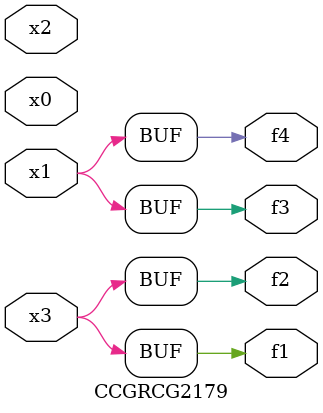
<source format=v>
module CCGRCG2179(
	input x0, x1, x2, x3,
	output f1, f2, f3, f4
);
	assign f1 = x3;
	assign f2 = x3;
	assign f3 = x1;
	assign f4 = x1;
endmodule

</source>
